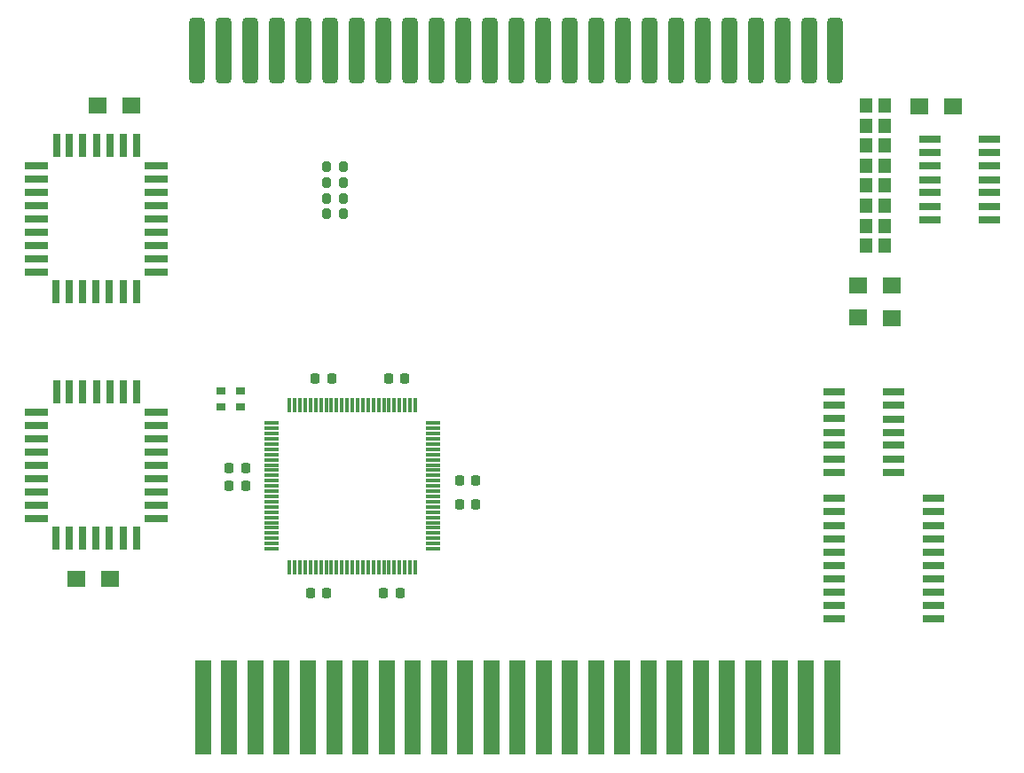
<source format=gbr>
%TF.GenerationSoftware,KiCad,Pcbnew,(6.0.2)*%
%TF.CreationDate,2022-12-30T16:08:33-06:00*%
%TF.ProjectId,REF1329_Altera,52454631-3332-4395-9f41-6c746572612e,rev?*%
%TF.SameCoordinates,Original*%
%TF.FileFunction,Paste,Top*%
%TF.FilePolarity,Positive*%
%FSLAX46Y46*%
G04 Gerber Fmt 4.6, Leading zero omitted, Abs format (unit mm)*
G04 Created by KiCad (PCBNEW (6.0.2)) date 2022-12-30 16:08:33*
%MOMM*%
%LPD*%
G01*
G04 APERTURE LIST*
G04 Aperture macros list*
%AMRoundRect*
0 Rectangle with rounded corners*
0 $1 Rounding radius*
0 $2 $3 $4 $5 $6 $7 $8 $9 X,Y pos of 4 corners*
0 Add a 4 corners polygon primitive as box body*
4,1,4,$2,$3,$4,$5,$6,$7,$8,$9,$2,$3,0*
0 Add four circle primitives for the rounded corners*
1,1,$1+$1,$2,$3*
1,1,$1+$1,$4,$5*
1,1,$1+$1,$6,$7*
1,1,$1+$1,$8,$9*
0 Add four rect primitives between the rounded corners*
20,1,$1+$1,$2,$3,$4,$5,0*
20,1,$1+$1,$4,$5,$6,$7,0*
20,1,$1+$1,$6,$7,$8,$9,0*
20,1,$1+$1,$8,$9,$2,$3,0*%
G04 Aperture macros list end*
%ADD10RoundRect,0.225000X-0.225000X-0.250000X0.225000X-0.250000X0.225000X0.250000X-0.225000X0.250000X0*%
%ADD11RoundRect,0.375000X-0.375000X-2.750000X0.375000X-2.750000X0.375000X2.750000X-0.375000X2.750000X0*%
%ADD12R,1.310000X1.390000*%
%ADD13R,1.710000X1.630000*%
%ADD14RoundRect,0.200000X-0.200000X-0.275000X0.200000X-0.275000X0.200000X0.275000X-0.200000X0.275000X0*%
%ADD15R,0.700000X2.270000*%
%ADD16R,2.270000X0.700000*%
%ADD17R,2.000000X0.700000*%
%ADD18R,1.475000X0.300000*%
%ADD19R,0.300000X1.475000*%
%ADD20R,1.700000X1.630000*%
%ADD21R,1.500000X9.000000*%
%ADD22R,0.900000X0.800000*%
G04 APERTURE END LIST*
D10*
%TO.C,C9*%
X137125000Y-99048000D03*
X138675000Y-99048000D03*
%TD*%
D11*
%TO.C,J3*%
X118842000Y-67717000D03*
X121379500Y-67717000D03*
X123917000Y-67717000D03*
X126454500Y-67717000D03*
X128992000Y-67717000D03*
X131529500Y-67717000D03*
X134067000Y-67717000D03*
X136604500Y-67717000D03*
X139142000Y-67717000D03*
X141679500Y-67717000D03*
X144217000Y-67717000D03*
X146754500Y-67717000D03*
X149292000Y-67717000D03*
X151829500Y-67717000D03*
X154367000Y-67717000D03*
X156904500Y-67717000D03*
X159442000Y-67717000D03*
X161979500Y-67717000D03*
X164517000Y-67717000D03*
X167054500Y-67717000D03*
X169592000Y-67717000D03*
X172129500Y-67717000D03*
X174667000Y-67717000D03*
X177204500Y-67717000D03*
X179742000Y-67717000D03*
%TD*%
D12*
%TO.C,R5*%
X182632500Y-74866000D03*
X184418500Y-74867000D03*
%TD*%
D13*
%TO.C,R1*%
X181888000Y-93211400D03*
X185115000Y-93218400D03*
%TD*%
D12*
%TO.C,R4*%
X182632500Y-72961000D03*
X184418500Y-72962000D03*
%TD*%
D10*
%TO.C,C4*%
X121898000Y-109275000D03*
X123448000Y-109275000D03*
%TD*%
D14*
%TO.C,R14*%
X131175000Y-81795000D03*
X132825000Y-81795000D03*
%TD*%
D10*
%TO.C,C8*%
X143850000Y-108770000D03*
X145400000Y-108770000D03*
%TD*%
D12*
%TO.C,R8*%
X182632500Y-80578000D03*
X184418500Y-80579000D03*
%TD*%
D14*
%TO.C,R15*%
X131175000Y-83295000D03*
X132825000Y-83295000D03*
%TD*%
%TO.C,R13*%
X131175000Y-80295000D03*
X132825000Y-80295000D03*
%TD*%
D10*
%TO.C,C7*%
X143850000Y-111030000D03*
X145400000Y-111030000D03*
%TD*%
D15*
%TO.C,U2*%
X109210500Y-114259000D03*
X110479500Y-114258000D03*
X111789500Y-114257000D03*
X113059500Y-114257000D03*
D16*
X114922500Y-112352000D03*
X114925500Y-111122000D03*
X114923500Y-109815000D03*
X114924500Y-108544000D03*
X114926500Y-107312000D03*
X114923500Y-106001000D03*
X114924500Y-104733000D03*
X114924500Y-103462000D03*
X114924500Y-102194000D03*
D15*
X113099500Y-100288000D03*
X111829500Y-100289000D03*
X110519500Y-100287000D03*
X109248500Y-100285000D03*
X107937500Y-100288000D03*
X106671500Y-100285000D03*
X105440500Y-100287000D03*
D16*
X103494500Y-102193000D03*
X103494500Y-103465000D03*
X103493500Y-104733000D03*
X103494500Y-106004000D03*
X103495500Y-107311000D03*
X103494500Y-108543000D03*
X103497500Y-109812000D03*
X103494500Y-111124000D03*
X103493500Y-112355000D03*
D15*
X105398500Y-114259000D03*
X106629500Y-114256000D03*
X107900500Y-114257000D03*
%TD*%
D12*
%TO.C,R7*%
X182632500Y-78675000D03*
X184418500Y-78676000D03*
%TD*%
D17*
%TO.C,U5*%
X185313000Y-107986000D03*
X185312000Y-106719000D03*
X185318000Y-105405000D03*
X185311000Y-104179000D03*
X185311000Y-102868000D03*
X185312000Y-101596000D03*
X185310000Y-100286000D03*
X179597000Y-100284000D03*
X179597000Y-101595000D03*
X179599000Y-102865000D03*
X179595000Y-104177000D03*
X179596000Y-105403000D03*
X179597000Y-106711000D03*
X179597000Y-107983000D03*
%TD*%
D10*
%TO.C,C6*%
X136625000Y-119500000D03*
X138175000Y-119500000D03*
%TD*%
D18*
%TO.C,U7*%
X125911000Y-103274000D03*
X125911000Y-103774000D03*
X125911000Y-104274000D03*
X125911000Y-104774000D03*
X125911000Y-105274000D03*
X125911000Y-105774000D03*
X125911000Y-106274000D03*
X125911000Y-106774000D03*
X125911000Y-107274000D03*
X125911000Y-107774000D03*
X125911000Y-108274000D03*
X125911000Y-108774000D03*
X125911000Y-109274000D03*
X125911000Y-109774000D03*
X125911000Y-110274000D03*
X125911000Y-110774000D03*
X125911000Y-111274000D03*
X125911000Y-111774000D03*
X125911000Y-112274000D03*
X125911000Y-112774000D03*
X125911000Y-113274000D03*
X125911000Y-113774000D03*
X125911000Y-114274000D03*
X125911000Y-114774000D03*
X125911000Y-115274000D03*
D19*
X127649000Y-117012000D03*
X128149000Y-117012000D03*
X128649000Y-117012000D03*
X129149000Y-117012000D03*
X129649000Y-117012000D03*
X130149000Y-117012000D03*
X130649000Y-117012000D03*
X131149000Y-117012000D03*
X131649000Y-117012000D03*
X132149000Y-117012000D03*
X132649000Y-117012000D03*
X133149000Y-117012000D03*
X133649000Y-117012000D03*
X134149000Y-117012000D03*
X134649000Y-117012000D03*
X135149000Y-117012000D03*
X135649000Y-117012000D03*
X136149000Y-117012000D03*
X136649000Y-117012000D03*
X137149000Y-117012000D03*
X137649000Y-117012000D03*
X138149000Y-117012000D03*
X138649000Y-117012000D03*
X139149000Y-117012000D03*
X139649000Y-117012000D03*
D18*
X141387000Y-115274000D03*
X141387000Y-114774000D03*
X141387000Y-114274000D03*
X141387000Y-113774000D03*
X141387000Y-113274000D03*
X141387000Y-112774000D03*
X141387000Y-112274000D03*
X141387000Y-111774000D03*
X141387000Y-111274000D03*
X141387000Y-110774000D03*
X141387000Y-110274000D03*
X141387000Y-109774000D03*
X141387000Y-109274000D03*
X141387000Y-108774000D03*
X141387000Y-108274000D03*
X141387000Y-107774000D03*
X141387000Y-107274000D03*
X141387000Y-106774000D03*
X141387000Y-106274000D03*
X141387000Y-105774000D03*
X141387000Y-105274000D03*
X141387000Y-104774000D03*
X141387000Y-104274000D03*
X141387000Y-103774000D03*
X141387000Y-103274000D03*
D19*
X139649000Y-101536000D03*
X139149000Y-101536000D03*
X138649000Y-101536000D03*
X138149000Y-101536000D03*
X137649000Y-101536000D03*
X137149000Y-101536000D03*
X136649000Y-101536000D03*
X136149000Y-101536000D03*
X135649000Y-101536000D03*
X135149000Y-101536000D03*
X134649000Y-101536000D03*
X134149000Y-101536000D03*
X133649000Y-101536000D03*
X133149000Y-101536000D03*
X132649000Y-101536000D03*
X132149000Y-101536000D03*
X131649000Y-101536000D03*
X131149000Y-101536000D03*
X130649000Y-101536000D03*
X130149000Y-101536000D03*
X129649000Y-101536000D03*
X129149000Y-101536000D03*
X128649000Y-101536000D03*
X128149000Y-101536000D03*
X127649000Y-101536000D03*
%TD*%
D20*
%TO.C,C1*%
X109306400Y-72963100D03*
X112524400Y-72963100D03*
%TD*%
D12*
%TO.C,R10*%
X182632500Y-84428000D03*
X184418500Y-84429000D03*
%TD*%
D17*
%TO.C,U6*%
X189124000Y-121938000D03*
X189121000Y-120668000D03*
X189121000Y-119398000D03*
X189121000Y-118168000D03*
X189122000Y-116859000D03*
X189122000Y-115586000D03*
X189120000Y-114317000D03*
X189122000Y-113047000D03*
X189121000Y-111736000D03*
X189121000Y-110468000D03*
X179597000Y-110465000D03*
X179595000Y-111738000D03*
X179597000Y-113046000D03*
X179595000Y-114318000D03*
X179598000Y-115587000D03*
X179595000Y-116855000D03*
X179597000Y-118167000D03*
X179599000Y-119397000D03*
X179596000Y-120666000D03*
X179596000Y-121935000D03*
%TD*%
D21*
%TO.C,J4*%
X119411500Y-130432000D03*
X121911500Y-130432000D03*
X124411500Y-130432000D03*
X126911500Y-130432000D03*
X129411500Y-130432000D03*
X131911500Y-130432000D03*
X134411500Y-130432000D03*
X136911500Y-130432000D03*
X139411500Y-130432000D03*
X141911500Y-130432000D03*
X144411500Y-130432000D03*
X146911500Y-130432000D03*
X149411500Y-130432000D03*
X151911500Y-130432000D03*
X154411500Y-130432000D03*
X156911500Y-130432000D03*
X159411500Y-130432000D03*
X161911500Y-130432000D03*
X164411500Y-130432000D03*
X166911500Y-130432000D03*
X169411500Y-130432000D03*
X171911500Y-130432000D03*
X174411500Y-130432000D03*
X176911500Y-130432000D03*
X179411500Y-130432000D03*
%TD*%
D13*
%TO.C,R2*%
X187733000Y-72995900D03*
X190960000Y-73002900D03*
%TD*%
D10*
%TO.C,C5*%
X129625000Y-119500000D03*
X131175000Y-119500000D03*
%TD*%
D15*
%TO.C,U1*%
X109210500Y-90731000D03*
X110479500Y-90730000D03*
X111789500Y-90729000D03*
X113059500Y-90729000D03*
D16*
X114922500Y-88824000D03*
X114925500Y-87594000D03*
X114923500Y-86287000D03*
X114924500Y-85016000D03*
X114926500Y-83784000D03*
X114923500Y-82473000D03*
X114924500Y-81205000D03*
X114924500Y-79934000D03*
X114924500Y-78666000D03*
D15*
X113099500Y-76760000D03*
X111829500Y-76761000D03*
X110519500Y-76759000D03*
X109248500Y-76757000D03*
X107937500Y-76760000D03*
X106671500Y-76757000D03*
X105440500Y-76759000D03*
D16*
X103494500Y-78665000D03*
X103494500Y-79937000D03*
X103493500Y-81205000D03*
X103494500Y-82476000D03*
X103495500Y-83783000D03*
X103494500Y-85015000D03*
X103497500Y-86284000D03*
X103494500Y-87596000D03*
X103493500Y-88827000D03*
D15*
X105398500Y-90731000D03*
X106629500Y-90728000D03*
X107900500Y-90729000D03*
%TD*%
D12*
%TO.C,R11*%
X182632500Y-86299000D03*
X184418500Y-86300000D03*
%TD*%
D13*
%TO.C,R3*%
X181888000Y-90139900D03*
X185115000Y-90146900D03*
%TD*%
D10*
%TO.C,C3*%
X121898000Y-107530000D03*
X123448000Y-107530000D03*
%TD*%
D12*
%TO.C,R6*%
X182632500Y-76767000D03*
X184418500Y-76768000D03*
%TD*%
%TO.C,R9*%
X182632500Y-82485000D03*
X184418500Y-82486000D03*
%TD*%
D20*
%TO.C,C2*%
X107284400Y-118120100D03*
X110502400Y-118120100D03*
%TD*%
D14*
%TO.C,R12*%
X131175000Y-78795000D03*
X132825000Y-78795000D03*
%TD*%
D17*
%TO.C,U4*%
X194449500Y-83832000D03*
X194448500Y-82565000D03*
X194454500Y-81251000D03*
X194447500Y-80025000D03*
X194447500Y-78714000D03*
X194448500Y-77442000D03*
X194446500Y-76132000D03*
X188733500Y-76130000D03*
X188733500Y-77441000D03*
X188735500Y-78711000D03*
X188731500Y-80023000D03*
X188732500Y-81249000D03*
X188733500Y-82557000D03*
X188733500Y-83829000D03*
%TD*%
D10*
%TO.C,C10*%
X130125000Y-99048000D03*
X131675000Y-99048000D03*
%TD*%
D22*
%TO.C,X1*%
X121083000Y-101685000D03*
X122933000Y-101685000D03*
X122933000Y-100235000D03*
X121083000Y-100235000D03*
%TD*%
M02*

</source>
